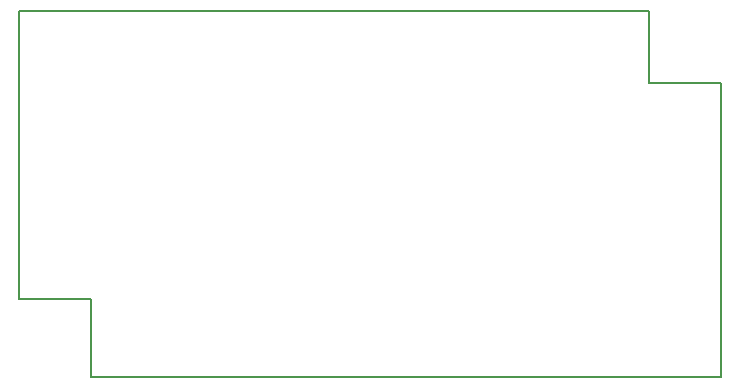
<source format=gbr>
G04 (created by PCBNEW (2013-07-07 BZR 4022)-stable) date 13/04/2014 11:11:03 PM*
%MOIN*%
G04 Gerber Fmt 3.4, Leading zero omitted, Abs format*
%FSLAX34Y34*%
G01*
G70*
G90*
G04 APERTURE LIST*
%ADD10C,0.00590551*%
%ADD11C,0.00787402*%
G04 APERTURE END LIST*
G54D10*
G54D11*
X34200Y-48600D02*
X34200Y-58200D01*
X57600Y-60800D02*
X36600Y-60800D01*
X57600Y-51000D02*
X57600Y-60800D01*
X34200Y-48600D02*
X55200Y-48600D01*
X55200Y-51000D02*
X57600Y-51000D01*
X55200Y-48600D02*
X55200Y-51000D01*
X36600Y-58200D02*
X34200Y-58200D01*
X36600Y-60800D02*
X36600Y-58200D01*
M02*

</source>
